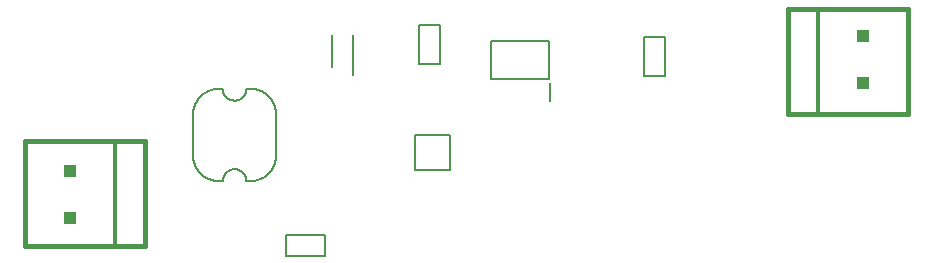
<source format=gbr>
G04 EAGLE Gerber RS-274X export*
G75*
%MOMM*%
%FSLAX34Y34*%
%LPD*%
%INSilkscreen Bottom*%
%IPPOS*%
%AMOC8*
5,1,8,0,0,1.08239X$1,22.5*%
G01*
%ADD10C,0.127000*%
%ADD11C,0.200000*%
%ADD12C,0.406400*%
%ADD13C,0.304800*%
%ADD14R,1.016000X1.016000*%


D10*
X464810Y463590D02*
X482590Y463590D01*
X482590Y496610D01*
X464810Y496610D01*
X464810Y463590D01*
D11*
X409200Y454500D02*
X409200Y488600D01*
X391200Y488600D02*
X391200Y461600D01*
X574400Y451400D02*
X574400Y483400D01*
X525400Y483400D01*
X525400Y451400D01*
X574400Y451400D01*
X575950Y447900D02*
X575950Y432400D01*
D12*
X777300Y421680D02*
X802700Y421680D01*
X878900Y421680D01*
X878900Y510580D01*
X777300Y510580D02*
X777300Y421680D01*
D13*
X802700Y421680D02*
X802700Y510580D01*
D12*
X878900Y510580D01*
X802700Y510580D02*
X777300Y510580D01*
D14*
X840800Y447588D03*
X840800Y487212D03*
D12*
X232400Y398820D02*
X207000Y398820D01*
X130800Y398820D01*
X130800Y309920D01*
X232400Y309920D02*
X232400Y398820D01*
D13*
X207000Y398820D02*
X207000Y309920D01*
D12*
X130800Y309920D01*
X207000Y309920D02*
X232400Y309920D01*
D14*
X168900Y372912D03*
X168900Y333288D03*
D10*
X343600Y383900D02*
X343600Y423900D01*
X273600Y423900D02*
X273600Y383900D01*
X298600Y442900D02*
X298603Y442656D01*
X298612Y442413D01*
X298627Y442170D01*
X298647Y441927D01*
X298674Y441685D01*
X298707Y441444D01*
X298745Y441204D01*
X298789Y440964D01*
X298839Y440726D01*
X298895Y440489D01*
X298957Y440253D01*
X299024Y440019D01*
X299097Y439787D01*
X299176Y439556D01*
X299260Y439328D01*
X299350Y439101D01*
X299445Y438877D01*
X299546Y438655D01*
X299652Y438436D01*
X299763Y438220D01*
X299880Y438006D01*
X300001Y437795D01*
X300128Y437587D01*
X300260Y437382D01*
X300397Y437181D01*
X300539Y436983D01*
X300685Y436788D01*
X300836Y436597D01*
X300992Y436410D01*
X301152Y436227D01*
X301317Y436047D01*
X301486Y435872D01*
X301659Y435701D01*
X301837Y435534D01*
X302018Y435372D01*
X302203Y435214D01*
X302392Y435060D01*
X302585Y434911D01*
X302781Y434767D01*
X302981Y434628D01*
X303184Y434493D01*
X303391Y434364D01*
X303600Y434240D01*
X303812Y434121D01*
X304028Y434007D01*
X304245Y433898D01*
X304466Y433795D01*
X304689Y433697D01*
X304914Y433604D01*
X305142Y433517D01*
X305371Y433436D01*
X305603Y433360D01*
X305836Y433290D01*
X306071Y433225D01*
X306307Y433166D01*
X306545Y433113D01*
X306784Y433066D01*
X307024Y433025D01*
X307265Y432990D01*
X307506Y432960D01*
X307749Y432936D01*
X307992Y432919D01*
X308235Y432907D01*
X308478Y432901D01*
X308722Y432901D01*
X308965Y432907D01*
X309208Y432919D01*
X309451Y432936D01*
X309694Y432960D01*
X309935Y432990D01*
X310176Y433025D01*
X310416Y433066D01*
X310655Y433113D01*
X310893Y433166D01*
X311129Y433225D01*
X311364Y433290D01*
X311597Y433360D01*
X311829Y433436D01*
X312058Y433517D01*
X312286Y433604D01*
X312511Y433697D01*
X312734Y433795D01*
X312955Y433898D01*
X313172Y434007D01*
X313388Y434121D01*
X313600Y434240D01*
X313809Y434364D01*
X314016Y434493D01*
X314219Y434628D01*
X314419Y434767D01*
X314615Y434911D01*
X314808Y435060D01*
X314997Y435214D01*
X315182Y435372D01*
X315363Y435534D01*
X315541Y435701D01*
X315714Y435872D01*
X315883Y436047D01*
X316048Y436227D01*
X316208Y436410D01*
X316364Y436597D01*
X316515Y436788D01*
X316661Y436983D01*
X316803Y437181D01*
X316940Y437382D01*
X317072Y437587D01*
X317199Y437795D01*
X317320Y438006D01*
X317437Y438220D01*
X317548Y438436D01*
X317654Y438655D01*
X317755Y438877D01*
X317850Y439101D01*
X317940Y439328D01*
X318024Y439556D01*
X318103Y439787D01*
X318176Y440019D01*
X318243Y440253D01*
X318305Y440489D01*
X318361Y440726D01*
X318411Y440964D01*
X318455Y441204D01*
X318493Y441444D01*
X318526Y441685D01*
X318553Y441927D01*
X318573Y442170D01*
X318588Y442413D01*
X318597Y442656D01*
X318600Y442900D01*
X318600Y364900D02*
X318597Y365144D01*
X318588Y365387D01*
X318573Y365630D01*
X318553Y365873D01*
X318526Y366115D01*
X318493Y366356D01*
X318455Y366596D01*
X318411Y366836D01*
X318361Y367074D01*
X318305Y367311D01*
X318243Y367547D01*
X318176Y367781D01*
X318103Y368013D01*
X318024Y368244D01*
X317940Y368472D01*
X317850Y368699D01*
X317755Y368923D01*
X317654Y369145D01*
X317548Y369364D01*
X317437Y369580D01*
X317320Y369794D01*
X317199Y370005D01*
X317072Y370213D01*
X316940Y370418D01*
X316803Y370619D01*
X316661Y370817D01*
X316515Y371012D01*
X316364Y371203D01*
X316208Y371390D01*
X316048Y371573D01*
X315883Y371753D01*
X315714Y371928D01*
X315541Y372099D01*
X315363Y372266D01*
X315182Y372428D01*
X314997Y372586D01*
X314808Y372740D01*
X314615Y372889D01*
X314419Y373033D01*
X314219Y373172D01*
X314016Y373307D01*
X313809Y373436D01*
X313600Y373560D01*
X313388Y373679D01*
X313172Y373793D01*
X312955Y373902D01*
X312734Y374005D01*
X312511Y374103D01*
X312286Y374196D01*
X312058Y374283D01*
X311829Y374364D01*
X311597Y374440D01*
X311364Y374510D01*
X311129Y374575D01*
X310893Y374634D01*
X310655Y374687D01*
X310416Y374734D01*
X310176Y374775D01*
X309935Y374810D01*
X309694Y374840D01*
X309451Y374864D01*
X309208Y374881D01*
X308965Y374893D01*
X308722Y374899D01*
X308478Y374899D01*
X308235Y374893D01*
X307992Y374881D01*
X307749Y374864D01*
X307506Y374840D01*
X307265Y374810D01*
X307024Y374775D01*
X306784Y374734D01*
X306545Y374687D01*
X306307Y374634D01*
X306071Y374575D01*
X305836Y374510D01*
X305603Y374440D01*
X305371Y374364D01*
X305142Y374283D01*
X304914Y374196D01*
X304689Y374103D01*
X304466Y374005D01*
X304245Y373902D01*
X304028Y373793D01*
X303812Y373679D01*
X303600Y373560D01*
X303391Y373436D01*
X303184Y373307D01*
X302981Y373172D01*
X302781Y373033D01*
X302585Y372889D01*
X302392Y372740D01*
X302203Y372586D01*
X302018Y372428D01*
X301837Y372266D01*
X301659Y372099D01*
X301486Y371928D01*
X301317Y371753D01*
X301152Y371573D01*
X300992Y371390D01*
X300836Y371203D01*
X300685Y371012D01*
X300539Y370817D01*
X300397Y370619D01*
X300260Y370418D01*
X300128Y370213D01*
X300001Y370005D01*
X299880Y369794D01*
X299763Y369580D01*
X299652Y369364D01*
X299546Y369145D01*
X299445Y368923D01*
X299350Y368699D01*
X299260Y368472D01*
X299176Y368244D01*
X299097Y368013D01*
X299024Y367781D01*
X298957Y367547D01*
X298895Y367311D01*
X298839Y367074D01*
X298789Y366836D01*
X298745Y366596D01*
X298707Y366356D01*
X298674Y366115D01*
X298647Y365873D01*
X298627Y365630D01*
X298612Y365387D01*
X298603Y365144D01*
X298600Y364900D01*
X343600Y423900D02*
X343520Y424439D01*
X343427Y424976D01*
X343320Y425510D01*
X343200Y426042D01*
X343067Y426571D01*
X342922Y427096D01*
X342763Y427617D01*
X342592Y428134D01*
X342408Y428647D01*
X342212Y429156D01*
X342003Y429659D01*
X341782Y430157D01*
X341549Y430650D01*
X341303Y431136D01*
X341046Y431617D01*
X340777Y432091D01*
X340497Y432558D01*
X340205Y433018D01*
X339902Y433471D01*
X339588Y433917D01*
X339263Y434354D01*
X338928Y434784D01*
X338582Y435205D01*
X338226Y435617D01*
X337859Y436021D01*
X337483Y436415D01*
X337098Y436800D01*
X336703Y437176D01*
X336299Y437542D01*
X335886Y437897D01*
X335465Y438243D01*
X335035Y438578D01*
X334597Y438902D01*
X334151Y439216D01*
X333698Y439518D01*
X333237Y439810D01*
X332770Y440089D01*
X332296Y440358D01*
X331815Y440614D01*
X331328Y440859D01*
X330835Y441092D01*
X330337Y441313D01*
X329833Y441521D01*
X329325Y441717D01*
X328812Y441900D01*
X328294Y442071D01*
X327772Y442229D01*
X327247Y442374D01*
X326718Y442506D01*
X326187Y442625D01*
X325652Y442731D01*
X325115Y442824D01*
X324576Y442904D01*
X324035Y442970D01*
X323493Y443023D01*
X322949Y443063D01*
X322405Y443089D01*
X321860Y443102D01*
X321315Y443102D01*
X320771Y443089D01*
X320226Y443062D01*
X319683Y443021D01*
X319141Y442967D01*
X318600Y442901D01*
X298600Y442901D02*
X298059Y442967D01*
X297517Y443021D01*
X296974Y443062D01*
X296429Y443089D01*
X295885Y443102D01*
X295340Y443102D01*
X294795Y443089D01*
X294251Y443063D01*
X293707Y443023D01*
X293165Y442970D01*
X292624Y442904D01*
X292085Y442824D01*
X291548Y442731D01*
X291013Y442625D01*
X290482Y442506D01*
X289953Y442374D01*
X289428Y442229D01*
X288906Y442071D01*
X288388Y441900D01*
X287875Y441717D01*
X287367Y441521D01*
X286863Y441313D01*
X286365Y441092D01*
X285872Y440859D01*
X285385Y440614D01*
X284904Y440358D01*
X284430Y440089D01*
X283963Y439810D01*
X283502Y439518D01*
X283049Y439216D01*
X282603Y438902D01*
X282165Y438578D01*
X281735Y438243D01*
X281314Y437897D01*
X280901Y437542D01*
X280497Y437176D01*
X280102Y436800D01*
X279717Y436415D01*
X279341Y436021D01*
X278974Y435617D01*
X278618Y435205D01*
X278272Y434784D01*
X277937Y434354D01*
X277612Y433917D01*
X277298Y433471D01*
X276995Y433018D01*
X276703Y432558D01*
X276423Y432091D01*
X276154Y431617D01*
X275897Y431136D01*
X275651Y430650D01*
X275418Y430157D01*
X275197Y429659D01*
X274988Y429156D01*
X274792Y428647D01*
X274608Y428134D01*
X274437Y427617D01*
X274278Y427096D01*
X274133Y426571D01*
X274000Y426042D01*
X273880Y425510D01*
X273773Y424976D01*
X273680Y424439D01*
X273600Y423900D01*
X318600Y364900D02*
X319140Y364833D01*
X319683Y364780D01*
X320226Y364739D01*
X320770Y364712D01*
X321315Y364699D01*
X321860Y364699D01*
X322405Y364712D01*
X322949Y364738D01*
X323493Y364778D01*
X324035Y364831D01*
X324576Y364898D01*
X325115Y364977D01*
X325652Y365070D01*
X326186Y365176D01*
X326718Y365295D01*
X327247Y365427D01*
X327772Y365573D01*
X328293Y365730D01*
X328811Y365901D01*
X329324Y366084D01*
X329833Y366280D01*
X330336Y366489D01*
X330834Y366709D01*
X331327Y366942D01*
X331814Y367187D01*
X332295Y367443D01*
X332769Y367712D01*
X333237Y367992D01*
X333697Y368283D01*
X334150Y368585D01*
X334596Y368899D01*
X335034Y369223D01*
X335464Y369558D01*
X335885Y369904D01*
X336298Y370259D01*
X336702Y370625D01*
X337097Y371001D01*
X337482Y371386D01*
X337858Y371780D01*
X338224Y372184D01*
X338581Y372596D01*
X338926Y373017D01*
X339262Y373447D01*
X339587Y373884D01*
X339901Y374329D01*
X340204Y374782D01*
X340496Y375243D01*
X340776Y375710D01*
X341045Y376184D01*
X341302Y376664D01*
X341547Y377151D01*
X341781Y377643D01*
X342002Y378141D01*
X342211Y378645D01*
X342407Y379153D01*
X342591Y379666D01*
X342762Y380183D01*
X342921Y380705D01*
X343066Y381230D01*
X343199Y381758D01*
X343319Y382290D01*
X343425Y382824D01*
X343519Y383361D01*
X343599Y383900D01*
X298600Y364899D02*
X298059Y364833D01*
X297517Y364779D01*
X296974Y364738D01*
X296429Y364711D01*
X295885Y364698D01*
X295340Y364698D01*
X294795Y364711D01*
X294251Y364737D01*
X293707Y364777D01*
X293165Y364830D01*
X292624Y364896D01*
X292085Y364976D01*
X291548Y365069D01*
X291013Y365175D01*
X290482Y365294D01*
X289953Y365426D01*
X289428Y365571D01*
X288906Y365729D01*
X288388Y365900D01*
X287875Y366083D01*
X287367Y366279D01*
X286863Y366487D01*
X286365Y366708D01*
X285872Y366941D01*
X285385Y367186D01*
X284904Y367442D01*
X284430Y367711D01*
X283963Y367990D01*
X283502Y368282D01*
X283049Y368584D01*
X282603Y368898D01*
X282165Y369222D01*
X281735Y369557D01*
X281314Y369903D01*
X280901Y370258D01*
X280497Y370624D01*
X280102Y371000D01*
X279717Y371385D01*
X279341Y371779D01*
X278974Y372183D01*
X278618Y372595D01*
X278272Y373016D01*
X277937Y373446D01*
X277612Y373883D01*
X277298Y374329D01*
X276995Y374782D01*
X276703Y375242D01*
X276423Y375709D01*
X276154Y376183D01*
X275897Y376664D01*
X275651Y377150D01*
X275418Y377643D01*
X275197Y378141D01*
X274988Y378644D01*
X274792Y379153D01*
X274608Y379666D01*
X274437Y380183D01*
X274278Y380704D01*
X274133Y381229D01*
X274000Y381758D01*
X273880Y382290D01*
X273773Y382824D01*
X273680Y383361D01*
X273600Y383900D01*
X461000Y373900D02*
X491000Y373900D01*
X461000Y373900D02*
X461000Y403900D01*
X491000Y403900D01*
X491000Y373900D01*
X385510Y319090D02*
X385510Y301310D01*
X385510Y319090D02*
X352490Y319090D01*
X352490Y301310D01*
X385510Y301310D01*
X655110Y453690D02*
X672890Y453690D01*
X672890Y486710D01*
X655110Y486710D01*
X655110Y453690D01*
M02*

</source>
